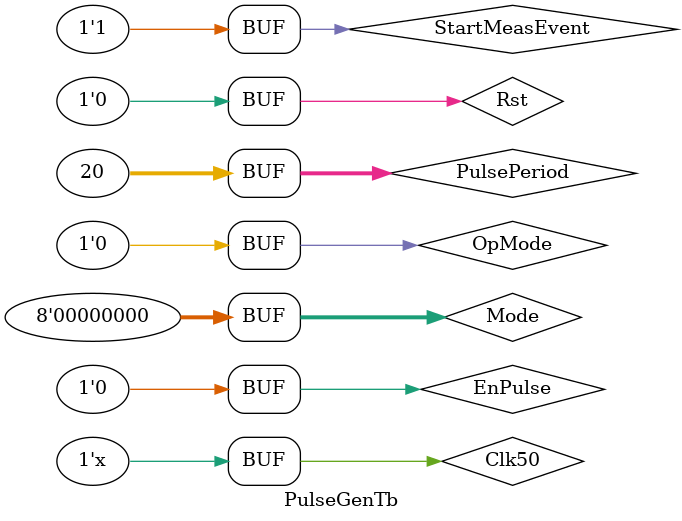
<source format=v>
`timescale 1ns / 1ps
module	PulseGenTb();	

//================================================================================
//	PARAMETERS
	parameter	CmdRegWidth	=	32;
	
	localparam	[CmdRegWidth-25:0]	ModeBurst	=	8'd4;	
	localparam	[CmdRegWidth-25:0]	ModeCont	=	8'd5;	
	localparam	[CmdRegWidth-25:0]	ModeSingle	=	8'd1;	
	localparam	[CmdRegWidth-25:0]	ModeDouble	=	8'd2;	
	localparam	[CmdRegWidth-25:0]	ModeTripple	=	8'd3;	
	localparam	[CmdRegWidth-25:0]	ModeDisable	=	8'd0;	
	localparam	[CmdRegWidth-1:0]	P1Del_i		=	32'd5;	
	localparam	[CmdRegWidth-1:0]	P2Del_i		=	32'd6;	
	localparam	[CmdRegWidth-1:0]	P3Del_i		=	32'd7;
	
	localparam	[CmdRegWidth-1:0]	P1Width_i	=	32'd1;	
	localparam	[CmdRegWidth-1:0]	P2Width_i	=	32'd1;	
	localparam	[CmdRegWidth-1:0]	P3Width_i	=	32'd1;
	
//================================================================================
//  REG/WIRE
	reg		Clk50;	
	reg		Rst;	
	reg		EnPulse;	
	reg		EnPulseR;	
	reg		OpMode;	
	reg		[CmdRegWidth-1:0]	PulsePeriod;	
	reg		StartMeasEvent;	

	reg		[CmdRegWidth-25:0]	Mode;
//================================================================================
//  ASSIGNMENTS

//================================================================================
//  CODING

	always	#10 Clk50	=	~Clk50;

	initial begin
		Clk50	=	1'b1;
		Rst		=	1'b1;
		OpMode	=	1'b0;
		PulsePeriod		=	32'd0;
		StartMeasEvent	=	1'b0;
		EnPulse	=	1'b0;
		// Mode	=	ModeSingle;
		// Mode	=	ModeDouble;
		Mode	=	ModeTripple;
		// Mode	=	ModeBurst;
		#50
		Rst		=	1'b0;
		PulsePeriod		=	32'd20;
		#20
		EnPulse	=	1'b1;
		#20	
		EnPulse	=	1'b0;
		#100
		StartMeasEvent	=	1'b1;
		#5000
		Mode	=	ModeDisable;
	end	

	always	@(posedge	Clk50)	begin
		EnPulseR	<=	EnPulse;
	end
	
PulseGen	
#(	
	.CmdRegWidth	(32),
	// .GenMode		("GATING")
	.GenMode		("MODULATOR")
)
PulseGenInst
(
	.Rst_i		(Rst),
	.Clk_i		(Clk50),
	.EnPulse_i	(EnPulseR),
	.PulsePol_i	(1'b0),
	.EnEdge_i	(1'b0),
	
	.Mode_i		(Mode),
	.P1Del_i	(P1Del_i),
	.P2Del_i	(P2Del_i),
	.P3Del_i	(P3Del_i),
	.P1Width_i	(P1Width_i),
	.P2Width_i	(P2Width_i),
	.P3Width_i	(P3Width_i),
	
	.Pulse_o	()
);	
endmodule












</source>
